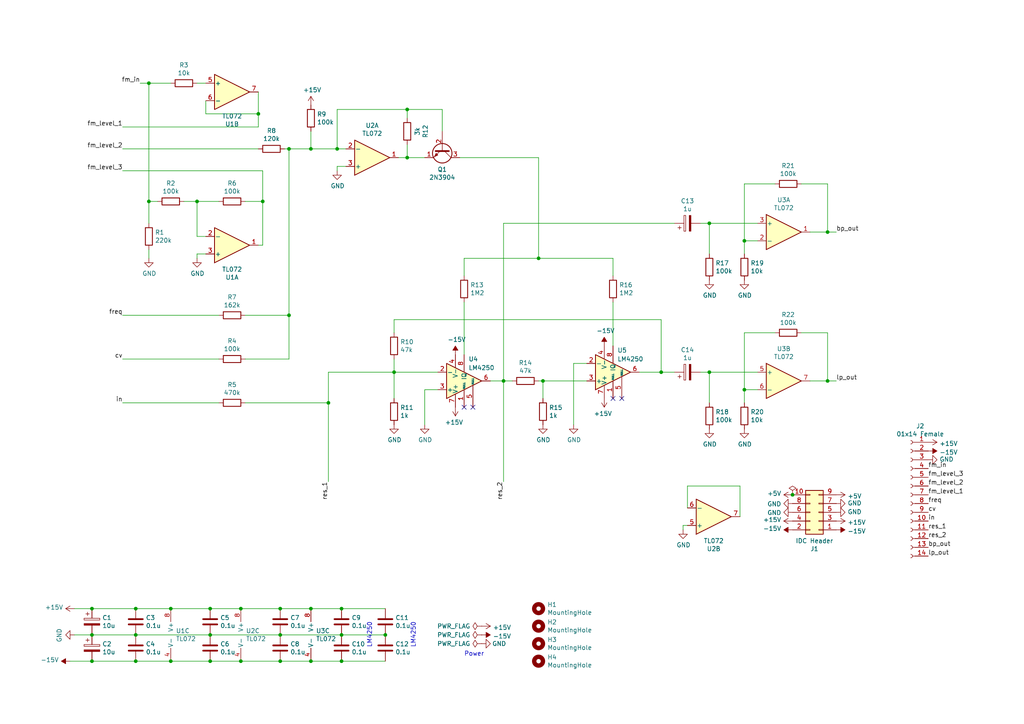
<source format=kicad_sch>
(kicad_sch (version 20230121) (generator eeschema)
  (paper "A4")
  (title_block (title "ПОЛИВОКС") (date "2020-06-01") (rev "01") (comment 1 "schema for main circuit") (comment 2 "polivoks LM4250 VCF") (comment 4 "License CC BY 4.0 - Attribution 4.0 International"))
  (lib_symbols
    (symbol "Amplifier_Operational:LM4250" (pin_names (offset 0.127))
      (property "Reference" "U" (at 6.35 6.35 0))
      (property "Value" "LM4250" (at 5.08 3.81 0))
      (symbol "LM4250_0_1"
        (polyline (pts (xy -5.08 5.08) (xy 5.08 0) (xy -5.08 -5.08) (xy -5.08 5.08)) (stroke (width 0.254)) (fill (type background)))
      )
      (symbol "LM4250_1_1"
        (pin input line (at 0 7.62 270) (length 5.08) (name "NULL") (number "1"))
        (pin input line (at -7.62 -2.54 0) (length 2.54) (name "-") (number "2"))
        (pin input line (at -7.62 2.54 0) (length 2.54) (name "+") (number "3"))
        (pin power_in line (at -2.54 -7.62 90) (length 3.81) (name "V-") (number "4"))
        (pin input line (at 2.54 7.62 270) (length 6.35) (name "NULL") (number "5"))
        (pin output line (at 7.62 0 180) (length 2.54) (name "~") (number "6"))
        (pin power_in line (at -2.54 7.62 270) (length 3.81) (name "V+") (number "7"))
        (pin input line (at 0 -7.62 90) (length 5.08) (name "IQ") (number "8"))
      )
    )
    (symbol "Amplifier_Operational:TL072" (pin_names (offset 0.127))
      (property "Reference" "U" (at 0 5.08 0))
      (property "Value" "TL072" (at 0 -5.08 0))
      (symbol "TL072_1_1"
        (polyline (pts (xy -5.08 5.08) (xy 5.08 0) (xy -5.08 -5.08) (xy -5.08 5.08)) (stroke (width 0.254)) (fill (type background)))
        (pin output line (at 7.62 0 180) (length 2.54) (name "~") (number "1"))
        (pin input line (at -7.62 -2.54 0) (length 2.54) (name "-") (number "2"))
        (pin input line (at -7.62 2.54 0) (length 2.54) (name "+") (number "3"))
      )
      (symbol "TL072_2_1"
        (polyline (pts (xy -5.08 5.08) (xy 5.08 0) (xy -5.08 -5.08) (xy -5.08 5.08)) (stroke (width 0.254)) (fill (type background)))
        (pin input line (at -7.62 2.54 0) (length 2.54) (name "+") (number "5"))
        (pin input line (at -7.62 -2.54 0) (length 2.54) (name "-") (number "6"))
        (pin output line (at 7.62 0 180) (length 2.54) (name "~") (number "7"))
      )
      (symbol "TL072_3_1"
        (pin power_in line (at -2.54 -7.62 90) (length 3.81) (name "V-") (number "4"))
        (pin power_in line (at -2.54 7.62 270) (length 3.81) (name "V+") (number "8"))
      )
    )
    (symbol "Connector:Conn_01x14_Socket" (pin_names (offset 1.016) hide)
      (property "Reference" "J" (at 0 17.78 0))
      (property "Value" "Conn_01x14_Socket" (at 0 -20.32 0))
      (symbol "Conn_01x14_Socket_1_1"
        (arc (start 0 -17.272) (mid -0.5058 -17.78) (end 0 -18.288) (stroke (width 0.1524)))
        (arc (start 0 -14.732) (mid -0.5058 -15.24) (end 0 -15.748) (stroke (width 0.1524)))
        (arc (start 0 -12.192) (mid -0.5058 -12.7) (end 0 -13.208) (stroke (width 0.1524)))
        (arc (start 0 -9.652) (mid -0.5058 -10.16) (end 0 -10.668) (stroke (width 0.1524)))
        (arc (start 0 -7.112) (mid -0.5058 -7.62) (end 0 -8.128) (stroke (width 0.1524)))
        (arc (start 0 -4.572) (mid -0.5058 -5.08) (end 0 -5.588) (stroke (width 0.1524)))
        (arc (start 0 -2.032) (mid -0.5058 -2.54) (end 0 -3.048) (stroke (width 0.1524)))
        (polyline (pts (xy -1.27 -17.78) (xy -0.508 -17.78)) (stroke (width 0.1524)))
        (polyline (pts (xy -1.27 -15.24) (xy -0.508 -15.24)) (stroke (width 0.1524)))
        (polyline (pts (xy -1.27 -12.7) (xy -0.508 -12.7)) (stroke (width 0.1524)))
        (polyline (pts (xy -1.27 -10.16) (xy -0.508 -10.16)) (stroke (width 0.1524)))
        (polyline (pts (xy -1.27 -7.62) (xy -0.508 -7.62)) (stroke (width 0.1524)))
        (polyline (pts (xy -1.27 -5.08) (xy -0.508 -5.08)) (stroke (width 0.1524)))
        (polyline (pts (xy -1.27 -2.54) (xy -0.508 -2.54)) (stroke (width 0.1524)))
        (polyline (pts (xy -1.27 0) (xy -0.508 0)) (stroke (width 0.1524)))
        (polyline (pts (xy -1.27 2.54) (xy -0.508 2.54)) (stroke (width 0.1524)))
        (polyline (pts (xy -1.27 5.08) (xy -0.508 5.08)) (stroke (width 0.1524)))
        (polyline (pts (xy -1.27 7.62) (xy -0.508 7.62)) (stroke (width 0.1524)))
        (polyline (pts (xy -1.27 10.16) (xy -0.508 10.16)) (stroke (width 0.1524)))
        (polyline (pts (xy -1.27 12.7) (xy -0.508 12.7)) (stroke (width 0.1524)))
        (polyline (pts (xy -1.27 15.24) (xy -0.508 15.24)) (stroke (width 0.1524)))
        (arc (start 0 0.508) (mid -0.5058 0) (end 0 -0.508) (stroke (width 0.1524)))
        (arc (start 0 3.048) (mid -0.5058 2.54) (end 0 2.032) (stroke (width 0.1524)))
        (arc (start 0 5.588) (mid -0.5058 5.08) (end 0 4.572) (stroke (width 0.1524)))
        (arc (start 0 8.128) (mid -0.5058 7.62) (end 0 7.112) (stroke (width 0.1524)))
        (arc (start 0 10.668) (mid -0.5058 10.16) (end 0 9.652) (stroke (width 0.1524)))
        (arc (start 0 13.208) (mid -0.5058 12.7) (end 0 12.192) (stroke (width 0.1524)))
        (arc (start 0 15.748) (mid -0.5058 15.24) (end 0 14.732) (stroke (width 0.1524)))
        (pin passive line (at -5.08 15.24 0) (length 3.81) (name "Pin_1") (number "1"))
        (pin passive line (at -5.08 -7.62 0) (length 3.81) (name "Pin_10") (number "10"))
        (pin passive line (at -5.08 -10.16 0) (length 3.81) (name "Pin_11") (number "11"))
        (pin passive line (at -5.08 -12.7 0) (length 3.81) (name "Pin_12") (number "12"))
        (pin passive line (at -5.08 -15.24 0) (length 3.81) (name "Pin_13") (number "13"))
        (pin passive line (at -5.08 -17.78 0) (length 3.81) (name "Pin_14") (number "14"))
        (pin passive line (at -5.08 12.7 0) (length 3.81) (name "Pin_2") (number "2"))
        (pin passive line (at -5.08 10.16 0) (length 3.81) (name "Pin_3") (number "3"))
        (pin passive line (at -5.08 7.62 0) (length 3.81) (name "Pin_4") (number "4"))
        (pin passive line (at -5.08 5.08 0) (length 3.81) (name "Pin_5") (number "5"))
        (pin passive line (at -5.08 2.54 0) (length 3.81) (name "Pin_6") (number "6"))
        (pin passive line (at -5.08 0 0) (length 3.81) (name "Pin_7") (number "7"))
        (pin passive line (at -5.08 -2.54 0) (length 3.81) (name "Pin_8") (number "8"))
        (pin passive line (at -5.08 -5.08 0) (length 3.81) (name "Pin_9") (number "9"))
      )
    )
    (symbol "Connector_Generic:Conn_02x05_Odd_Even" (pin_names (offset 1.016) hide)
      (property "Reference" "J" (at 1.27 7.62 0))
      (property "Value" "Conn_02x05_Odd_Even" (at 1.27 -7.62 0))
      (symbol "Conn_02x05_Odd_Even_1_1"
        (rectangle (start -1.27 -4.953) (end 0 -5.207) (stroke (width 0.1524)))
        (rectangle (start -1.27 -2.413) (end 0 -2.667) (stroke (width 0.1524)))
        (rectangle (start -1.27 0.127) (end 0 -0.127) (stroke (width 0.1524)))
        (rectangle (start -1.27 2.667) (end 0 2.413) (stroke (width 0.1524)))
        (rectangle (start -1.27 5.207) (end 0 4.953) (stroke (width 0.1524)))
        (rectangle (start -1.27 6.35) (end 3.81 -6.35) (stroke (width 0.254)) (fill (type background)))
        (rectangle (start 3.81 -4.953) (end 2.54 -5.207) (stroke (width 0.1524)))
        (rectangle (start 3.81 -2.413) (end 2.54 -2.667) (stroke (width 0.1524)))
        (rectangle (start 3.81 0.127) (end 2.54 -0.127) (stroke (width 0.1524)))
        (rectangle (start 3.81 2.667) (end 2.54 2.413) (stroke (width 0.1524)))
        (rectangle (start 3.81 5.207) (end 2.54 4.953) (stroke (width 0.1524)))
        (pin passive line (at -5.08 5.08 0) (length 3.81) (name "Pin_1") (number "1"))
        (pin passive line (at 7.62 -5.08 180) (length 3.81) (name "Pin_10") (number "10"))
        (pin passive line (at 7.62 5.08 180) (length 3.81) (name "Pin_2") (number "2"))
        (pin passive line (at -5.08 2.54 0) (length 3.81) (name "Pin_3") (number "3"))
        (pin passive line (at 7.62 2.54 180) (length 3.81) (name "Pin_4") (number "4"))
        (pin passive line (at -5.08 0 0) (length 3.81) (name "Pin_5") (number "5"))
        (pin passive line (at 7.62 0 180) (length 3.81) (name "Pin_6") (number "6"))
        (pin passive line (at -5.08 -2.54 0) (length 3.81) (name "Pin_7") (number "7"))
        (pin passive line (at 7.62 -2.54 180) (length 3.81) (name "Pin_8") (number "8"))
        (pin passive line (at -5.08 -5.08 0) (length 3.81) (name "Pin_9") (number "9"))
      )
    )
    (symbol "Device:C" (pin_numbers hide) (pin_names (offset 0.254))
      (property "Reference" "C" (at 0.635 2.54 0))
      (property "Value" "C" (at 0.635 -2.54 0))
      (symbol "C_0_1"
        (polyline (pts (xy -2.032 -0.762) (xy 2.032 -0.762)) (stroke (width 0.508)))
        (polyline (pts (xy -2.032 0.762) (xy 2.032 0.762)) (stroke (width 0.508)))
      )
      (symbol "C_1_1"
        (pin passive line (at 0 3.81 270) (length 2.794) (name "~") (number "1"))
        (pin passive line (at 0 -3.81 90) (length 2.794) (name "~") (number "2"))
      )
    )
    (symbol "Device:C_Polarized" (pin_numbers hide) (pin_names (offset 0.254))
      (property "Reference" "C" (at 0.635 2.54 0))
      (property "Value" "C_Polarized" (at 0.635 -2.54 0))
      (symbol "C_Polarized_0_1"
        (rectangle (start -2.286 0.508) (end 2.286 1.016))
        (polyline (pts (xy -1.778 2.286) (xy -0.762 2.286)))
        (polyline (pts (xy -1.27 2.794) (xy -1.27 1.778)))
        (rectangle (start 2.286 -0.508) (end -2.286 -1.016) (fill (type outline)))
      )
      (symbol "C_Polarized_1_1"
        (pin passive line (at 0 3.81 270) (length 2.794) (name "~") (number "1"))
        (pin passive line (at 0 -3.81 90) (length 2.794) (name "~") (number "2"))
      )
    )
    (symbol "Device:R" (pin_numbers hide) (pin_names (offset 0))
      (property "Reference" "R" (at 2.032 0 90))
      (property "Value" "R" (at 0 0 90))
      (symbol "R_0_1"
        (rectangle (start -1.016 -2.54) (end 1.016 2.54) (stroke (width 0.254)))
      )
      (symbol "R_1_1"
        (pin passive line (at 0 3.81 270) (length 1.27) (name "~") (number "1"))
        (pin passive line (at 0 -3.81 90) (length 1.27) (name "~") (number "2"))
      )
    )
    (symbol "Mechanical:MountingHole" (pin_names (offset 1.016))
      (property "Reference" "H" (at 0 5.08 0))
      (property "Value" "MountingHole" (at 0 3.175 0))
      (symbol "MountingHole_0_1"
        (circle (center 0 0) (radius 1.27) (stroke (width 1.27)))
      )
    )
    (symbol "Transistor_BJT:2N3904" (pin_names (offset 0) hide)
      (property "Reference" "Q" (at 5.08 1.905 0))
      (property "Value" "2N3904" (at 5.08 0 0))
      (symbol "2N3904_0_1"
        (polyline (pts (xy 0.635 0.635) (xy 2.54 2.54)))
        (polyline (pts (xy 0.635 -0.635) (xy 2.54 -2.54) (xy 2.54 -2.54)))
        (polyline (pts (xy 0.635 1.905) (xy 0.635 -1.905) (xy 0.635 -1.905)) (stroke (width 0.508)))
        (polyline (pts (xy 1.27 -1.778) (xy 1.778 -1.27) (xy 2.286 -2.286) (xy 1.27 -1.778) (xy 1.27 -1.778)) (fill (type outline)))
        (circle (center 1.27 0) (radius 2.8194) (stroke (width 0.254)))
      )
      (symbol "2N3904_1_1"
        (pin passive line (at 2.54 -5.08 90) (length 2.54) (name "E") (number "1"))
        (pin passive line (at -5.08 0 0) (length 5.715) (name "B") (number "2"))
        (pin passive line (at 2.54 5.08 270) (length 2.54) (name "C") (number "3"))
      )
    )
    (symbol "power:+15V" (power) (pin_names (offset 0))
      (property "Value" "+15V" (at 0 3.556 0))
      (symbol "+15V_0_1"
        (polyline (pts (xy -0.762 1.27) (xy 0 2.54)))
        (polyline (pts (xy 0 0) (xy 0 2.54)))
        (polyline (pts (xy 0 2.54) (xy 0.762 1.27)))
      )
      (symbol "+15V_1_1"
        (pin power_in line (at 0 0 90) (length 0) hide (name "+15V") (number "1"))
      )
    )
    (symbol "power:+5V" (power) (pin_names (offset 0))
      (property "Value" "+5V" (at 0 3.556 0))
      (symbol "+5V_0_1"
        (polyline (pts (xy -0.762 1.27) (xy 0 2.54)))
        (polyline (pts (xy 0 0) (xy 0 2.54)))
        (polyline (pts (xy 0 2.54) (xy 0.762 1.27)))
      )
      (symbol "+5V_1_1"
        (pin power_in line (at 0 0 90) (length 0) hide (name "+5V") (number "1"))
      )
    )
    (symbol "power:-15V" (power) (pin_names (offset 0))
      (property "Value" "-15V" (at 0 3.81 0))
      (symbol "-15V_0_0"
        (pin power_in line (at 0 0 90) (length 0) hide (name "-15V") (number "1"))
      )
      (symbol "-15V_0_1"
        (polyline (pts (xy 0 0) (xy 0 1.27) (xy 0.762 1.27) (xy 0 2.54) (xy -0.762 1.27) (xy 0 1.27)) (fill (type outline)))
      )
    )
    (symbol "power:GND" (power) (pin_names (offset 0))
      (property "Value" "GND" (at 0 -3.81 0))
      (symbol "GND_0_1"
        (polyline (pts (xy 0 0) (xy 0 -1.27) (xy 1.27 -1.27) (xy 0 -2.54) (xy -1.27 -1.27) (xy 0 -1.27)))
      )
      (symbol "GND_1_1"
        (pin power_in line (at 0 0 270) (length 0) hide (name "GND") (number "1"))
      )
    )
    (symbol "power:PWR_FLAG" (power) (pin_numbers hide) (pin_names (offset 0) hide)
      (property "Value" "PWR_FLAG" (at 0 3.81 0))
      (symbol "PWR_FLAG_0_0"
        (pin power_out line (at 0 0 90) (length 0) (name "pwr") (number "1"))
      )
      (symbol "PWR_FLAG_0_1"
        (polyline (pts (xy 0 0) (xy 0 1.27) (xy -1.016 1.905) (xy 0 2.54) (xy 1.016 1.905) (xy 0 1.27)))
      )
    )
  )
  (junction (at 205.74 107.95))
  (junction (at 74.93 33.02))
  (junction (at 229.87 143.51))
  (junction (at 60.96 184.15))
  (junction (at 83.82 43.18))
  (junction (at 26.67 191.77))
  (junction (at 90.17 191.77))
  (junction (at 205.74 64.77))
  (junction (at 43.18 58.42))
  (junction (at 157.48 110.49))
  (junction (at 118.11 45.72))
  (junction (at 76.2 58.42))
  (junction (at 95.25 116.84))
  (junction (at 240.03 67.31))
  (junction (at 43.18 24.13))
  (junction (at 81.28 176.53))
  (junction (at 83.82 91.44))
  (junction (at 90.17 43.18))
  (junction (at 118.11 31.75))
  (junction (at 49.53 191.77))
  (junction (at 57.15 58.42))
  (junction (at 146.05 110.49))
  (junction (at 111.76 184.15))
  (junction (at 26.67 184.15))
  (junction (at 99.06 191.77))
  (junction (at 39.37 176.53))
  (junction (at 114.3 107.95))
  (junction (at 69.85 176.53))
  (junction (at 215.9 69.85))
  (junction (at 99.06 184.15))
  (junction (at 39.37 191.77))
  (junction (at 99.06 176.53))
  (junction (at 60.96 176.53))
  (junction (at 90.17 176.53))
  (junction (at 81.28 191.77))
  (junction (at 26.67 176.53))
  (junction (at 39.37 184.15))
  (junction (at 156.21 74.93))
  (junction (at 60.96 191.77))
  (junction (at 69.85 191.77))
  (junction (at 240.03 110.49))
  (junction (at 215.9 113.03))
  (junction (at 49.53 176.53))
  (junction (at 191.77 107.95))
  (junction (at 97.79 43.18))
  (junction (at 81.28 184.15))
  (no_connect (at 137.16 118.11))
  (no_connect (at 177.8 115.57))
  (no_connect (at 134.62 118.11))
  (no_connect (at 180.34 115.57))
  (wire (pts (xy 146.05 110.49) (xy 146.05 64.77)))
  (wire (pts (xy 35.56 36.83) (xy 74.93 36.83)))
  (wire (pts (xy 134.62 74.93) (xy 156.21 74.93)))
  (wire (pts (xy 215.9 116.84) (xy 215.9 113.03)))
  (wire (pts (xy 123.19 45.72) (xy 118.11 45.72)))
  (wire (pts (xy 215.9 53.34) (xy 215.9 69.85)))
  (wire (pts (xy 170.18 110.49) (xy 157.48 110.49)))
  (wire (pts (xy 205.74 64.77) (xy 205.74 73.66)))
  (wire (pts (xy 123.19 113.03) (xy 123.19 123.19)))
  (wire (pts (xy 39.37 176.53) (xy 49.53 176.53)))
  (wire (pts (xy 156.21 74.93) (xy 156.21 45.72)))
  (wire (pts (xy 114.3 104.14) (xy 114.3 107.95)))
  (wire (pts (xy 90.17 176.53) (xy 99.06 176.53)))
  (wire (pts (xy 21.59 176.53) (xy 26.67 176.53)))
  (wire (pts (xy 100.33 48.26) (xy 97.79 48.26)))
  (wire (pts (xy 118.11 41.91) (xy 118.11 45.72)))
  (wire (pts (xy 157.48 110.49) (xy 157.48 115.57)))
  (wire (pts (xy 90.17 38.1) (xy 90.17 43.18)))
  (wire (pts (xy 76.2 71.12) (xy 74.93 71.12)))
  (wire (pts (xy 177.8 74.93) (xy 156.21 74.93)))
  (wire (pts (xy 95.25 107.95) (xy 114.3 107.95)))
  (wire (pts (xy 156.21 110.49) (xy 157.48 110.49)))
  (wire (pts (xy 43.18 64.77) (xy 43.18 58.42)))
  (wire (pts (xy 100.33 43.18) (xy 97.79 43.18)))
  (wire (pts (xy 26.67 191.77) (xy 39.37 191.77)))
  (wire (pts (xy 99.06 176.53) (xy 111.76 176.53)))
  (wire (pts (xy 97.79 48.26) (xy 97.79 49.53)))
  (wire (pts (xy 195.58 107.95) (xy 191.77 107.95)))
  (wire (pts (xy 69.85 191.77) (xy 81.28 191.77)))
  (wire (pts (xy 60.96 191.77) (xy 69.85 191.77)))
  (wire (pts (xy 49.53 191.77) (xy 60.96 191.77)))
  (wire (pts (xy 128.27 31.75) (xy 118.11 31.75)))
  (wire (pts (xy 133.35 45.72) (xy 156.21 45.72)))
  (wire (pts (xy 71.12 91.44) (xy 83.82 91.44)))
  (wire (pts (xy 90.17 43.18) (xy 97.79 43.18)))
  (wire (pts (xy 127 107.95) (xy 114.3 107.95)))
  (wire (pts (xy 60.96 184.15) (xy 81.28 184.15)))
  (wire (pts (xy 191.77 107.95) (xy 185.42 107.95)))
  (wire (pts (xy 43.18 58.42) (xy 45.72 58.42)))
  (wire (pts (xy 63.5 58.42) (xy 57.15 58.42)))
  (wire (pts (xy 224.79 96.52) (xy 215.9 96.52)))
  (wire (pts (xy 240.03 53.34) (xy 240.03 67.31)))
  (wire (pts (xy 177.8 100.33) (xy 177.8 87.63)))
  (wire (pts (xy 146.05 64.77) (xy 195.58 64.77)))
  (wire (pts (xy 177.8 80.01) (xy 177.8 74.93)))
  (wire (pts (xy 170.18 105.41) (xy 166.37 105.41)))
  (wire (pts (xy 215.9 73.66) (xy 215.9 69.85)))
  (wire (pts (xy 127 113.03) (xy 123.19 113.03)))
  (wire (pts (xy 76.2 49.53) (xy 76.2 58.42)))
  (wire (pts (xy 43.18 24.13) (xy 49.53 24.13)))
  (wire (pts (xy 199.39 152.4) (xy 198.12 152.4)))
  (wire (pts (xy 205.74 107.95) (xy 219.71 107.95)))
  (wire (pts (xy 83.82 91.44) (xy 83.82 104.14)))
  (wire (pts (xy 21.59 184.15) (xy 26.67 184.15)))
  (wire (pts (xy 146.05 139.7) (xy 146.05 110.49)))
  (wire (pts (xy 43.18 72.39) (xy 43.18 74.93)))
  (wire (pts (xy 74.93 36.83) (xy 74.93 33.02)))
  (wire (pts (xy 215.9 96.52) (xy 215.9 113.03)))
  (wire (pts (xy 63.5 91.44) (xy 35.56 91.44)))
  (wire (pts (xy 83.82 43.18) (xy 90.17 43.18)))
  (wire (pts (xy 198.12 152.4) (xy 198.12 153.67)))
  (wire (pts (xy 39.37 191.77) (xy 49.53 191.77)))
  (wire (pts (xy 114.3 107.95) (xy 114.3 115.57)))
  (wire (pts (xy 128.27 38.1) (xy 128.27 31.75)))
  (wire (pts (xy 134.62 87.63) (xy 134.62 102.87)))
  (wire (pts (xy 203.2 64.77) (xy 205.74 64.77)))
  (wire (pts (xy 99.06 184.15) (xy 111.76 184.15)))
  (wire (pts (xy 20.32 191.77) (xy 26.67 191.77)))
  (wire (pts (xy 76.2 49.53) (xy 35.56 49.53)))
  (wire (pts (xy 240.03 96.52) (xy 240.03 110.49)))
  (wire (pts (xy 118.11 45.72) (xy 115.57 45.72)))
  (wire (pts (xy 199.39 140.97) (xy 199.39 147.32)))
  (wire (pts (xy 57.15 73.66) (xy 57.15 74.93)))
  (wire (pts (xy 118.11 31.75) (xy 118.11 34.29)))
  (wire (pts (xy 240.03 67.31) (xy 234.95 67.31)))
  (wire (pts (xy 59.69 73.66) (xy 57.15 73.66)))
  (wire (pts (xy 35.56 43.18) (xy 74.93 43.18)))
  (wire (pts (xy 95.25 107.95) (xy 95.25 116.84)))
  (wire (pts (xy 215.9 69.85) (xy 219.71 69.85)))
  (wire (pts (xy 240.03 110.49) (xy 234.95 110.49)))
  (wire (pts (xy 63.5 116.84) (xy 35.56 116.84)))
  (wire (pts (xy 57.15 68.58) (xy 59.69 68.58)))
  (wire (pts (xy 242.57 110.49) (xy 240.03 110.49)))
  (wire (pts (xy 49.53 176.53) (xy 60.96 176.53)))
  (wire (pts (xy 114.3 92.71) (xy 114.3 96.52)))
  (wire (pts (xy 35.56 104.14) (xy 63.5 104.14)))
  (wire (pts (xy 69.85 176.53) (xy 81.28 176.53)))
  (wire (pts (xy 166.37 105.41) (xy 166.37 123.19)))
  (wire (pts (xy 53.34 58.42) (xy 57.15 58.42)))
  (wire (pts (xy 76.2 58.42) (xy 76.2 71.12)))
  (wire (pts (xy 214.63 149.86) (xy 214.63 140.97)))
  (wire (pts (xy 232.41 96.52) (xy 240.03 96.52)))
  (wire (pts (xy 205.74 107.95) (xy 205.74 116.84)))
  (wire (pts (xy 95.25 116.84) (xy 95.25 139.7)))
  (wire (pts (xy 60.96 176.53) (xy 69.85 176.53)))
  (wire (pts (xy 97.79 31.75) (xy 97.79 43.18)))
  (wire (pts (xy 191.77 92.71) (xy 191.77 107.95)))
  (wire (pts (xy 71.12 58.42) (xy 76.2 58.42)))
  (wire (pts (xy 71.12 116.84) (xy 95.25 116.84)))
  (wire (pts (xy 83.82 43.18) (xy 83.82 91.44)))
  (wire (pts (xy 224.79 53.34) (xy 215.9 53.34)))
  (wire (pts (xy 59.69 33.02) (xy 74.93 33.02)))
  (wire (pts (xy 81.28 191.77) (xy 90.17 191.77)))
  (wire (pts (xy 205.74 64.77) (xy 219.71 64.77)))
  (wire (pts (xy 142.24 110.49) (xy 146.05 110.49)))
  (wire (pts (xy 114.3 92.71) (xy 191.77 92.71)))
  (wire (pts (xy 71.12 104.14) (xy 83.82 104.14)))
  (wire (pts (xy 74.93 33.02) (xy 74.93 26.67)))
  (wire (pts (xy 134.62 74.93) (xy 134.62 80.01)))
  (wire (pts (xy 43.18 58.42) (xy 43.18 24.13)))
  (wire (pts (xy 82.55 43.18) (xy 83.82 43.18)))
  (wire (pts (xy 39.37 184.15) (xy 60.96 184.15)))
  (wire (pts (xy 203.2 107.95) (xy 205.74 107.95)))
  (wire (pts (xy 215.9 113.03) (xy 219.71 113.03)))
  (wire (pts (xy 214.63 140.97) (xy 199.39 140.97)))
  (wire (pts (xy 81.28 176.53) (xy 90.17 176.53)))
  (wire (pts (xy 242.57 67.31) (xy 240.03 67.31)))
  (wire (pts (xy 26.67 184.15) (xy 39.37 184.15)))
  (wire (pts (xy 81.28 184.15) (xy 99.06 184.15)))
  (wire (pts (xy 146.05 110.49) (xy 148.59 110.49)))
  (wire (pts (xy 59.69 29.21) (xy 59.69 33.02)))
  (wire (pts (xy 26.67 176.53) (xy 39.37 176.53)))
  (wire (pts (xy 232.41 53.34) (xy 240.03 53.34)))
  (wire (pts (xy 57.15 58.42) (xy 57.15 68.58)))
  (wire (pts (xy 40.64 24.13) (xy 43.18 24.13)))
  (wire (pts (xy 90.17 191.77) (xy 99.06 191.77)))
  (wire (pts (xy 97.79 31.75) (xy 118.11 31.75)))
  (wire (pts (xy 99.06 191.77) (xy 111.76 191.77)))
  (wire (pts (xy 57.15 24.13) (xy 59.69 24.13)))
  (text "LM4250" (at 107.95 187.96 90) (effects (font (size 1.27 1.27)) (justify left bottom)))
  (text "LM4250" (at 120.65 187.96 90) (effects (font (size 1.27 1.27)) (justify left bottom)))
  (text "Power" (at 134.62 190.5 0) (effects (font (size 1.27 1.27)) (justify left bottom)))
  (label "fm_in" (at 269.24 135.89 0))
  (label "in" (at 269.24 151.13 0))
  (label "lp_out" (at 269.24 161.29 0))
  (label "fm_level_3" (at 269.24 138.43 0))
  (label "fm_level_1" (at 35.56 36.83 180))
  (label "freq" (at 269.24 146.05 0))
  (label "bp_out" (at 269.24 158.75 0))
  (label "fm_in" (at 40.64 24.13 180))
  (label "bp_out" (at 242.57 67.31 0))
  (label "fm_level_1" (at 269.24 143.51 0))
  (label "cv" (at 35.56 104.14 180))
  (label "freq" (at 35.56 91.44 180))
  (label "fm_level_3" (at 35.56 49.53 180))
  (label "cv" (at 269.24 148.59 0))
  (label "lp_out" (at 242.57 110.49 0))
  (label "fm_level_2" (at 269.24 140.97 0))
  (label "in" (at 35.56 116.84 180))
  (label "res_1" (at 269.24 153.67 0))
  (label "res_1" (at 95.25 139.7 270))
  (label "res_2" (at 269.24 156.21 0))
  (label "res_2" (at 146.05 139.7 270))
  (label "fm_level_2" (at 35.56 43.18 180))
  (symbol (lib_id "power:+15V") (at 21.59 176.53 90) (unit 1)
    (property "Reference" "#PWR02" (effects hide))
    (property "Value" "+15V" (at 18.3388 176.149 90) (effects (justify left)))
  )
  (symbol (lib_id "Device:C_Polarized") (at 26.67 180.34 0) (unit 1)
    (property "Reference" "C1" (at 29.6672 179.1716 0) (effects (justify left)))
    (property "Value" "10u" (at 29.6672 181.483 0) (effects (justify left)))
    (property "Footprint" "Capacitor_THT:CP_Radial_D5.0mm_P2.50mm" (effects hide))
  )
  (symbol (lib_id "Device:C_Polarized") (at 26.67 187.96 0) (unit 1)
    (property "Reference" "C2" (at 29.6672 186.7916 0) (effects (justify left)))
    (property "Value" "10u" (at 29.6672 189.103 0) (effects (justify left)))
    (property "Footprint" "Capacitor_THT:CP_Radial_D5.0mm_P2.50mm" (effects hide))
  )
  (symbol (lib_id "power:GND") (at 21.59 184.15 270) (unit 1)
    (property "Reference" "#PWR03" (effects hide))
    (property "Value" "GND" (at 17.1958 184.277 0))
  )
  (symbol (lib_id "Device:C") (at 39.37 180.34 0) (unit 1)
    (property "Reference" "C3" (at 42.291 179.1716 0) (effects (justify left)))
    (property "Value" "0.1u" (at 42.291 181.483 0) (effects (justify left)))
    (property "Footprint" "Capacitor_THT:C_Disc_D3.4mm_W2.1mm_P2.50mm" (effects hide))
  )
  (symbol (lib_id "Device:C") (at 39.37 187.96 0) (unit 1)
    (property "Reference" "C4" (at 42.291 186.7916 0) (effects (justify left)))
    (property "Value" "0.1u" (at 42.291 189.103 0) (effects (justify left)))
    (property "Footprint" "Capacitor_THT:C_Disc_D3.4mm_W2.1mm_P2.50mm" (effects hide))
  )
  (symbol (lib_id "Device:C") (at 60.96 180.34 0) (unit 1)
    (property "Reference" "C5" (at 63.881 179.1716 0) (effects (justify left)))
    (property "Value" "0.1u" (at 63.881 181.483 0) (effects (justify left)))
    (property "Footprint" "Capacitor_THT:C_Disc_D3.4mm_W2.1mm_P2.50mm" (effects hide))
  )
  (symbol (lib_id "Device:C") (at 60.96 187.96 0) (unit 1)
    (property "Reference" "C6" (at 63.881 186.7916 0) (effects (justify left)))
    (property "Value" "0.1u" (at 63.881 189.103 0) (effects (justify left)))
    (property "Footprint" "Capacitor_THT:C_Disc_D3.4mm_W2.1mm_P2.50mm" (effects hide))
  )
  (symbol (lib_id "Device:C") (at 99.06 180.34 0) (unit 1)
    (property "Reference" "C9" (at 101.981 179.1716 0) (effects (justify left)))
    (property "Value" "0.1u" (at 101.981 181.483 0) (effects (justify left)))
    (property "Footprint" "Capacitor_THT:C_Disc_D3.4mm_W2.1mm_P2.50mm" (effects hide))
  )
  (symbol (lib_id "Device:C") (at 99.06 187.96 0) (unit 1)
    (property "Reference" "C10" (at 101.981 186.7916 0) (effects (justify left)))
    (property "Value" "0.1u" (at 101.981 189.103 0) (effects (justify left)))
    (property "Footprint" "Capacitor_THT:C_Disc_D3.4mm_W2.1mm_P2.50mm" (effects hide))
  )
  (symbol (lib_id "power:-15V") (at 20.32 191.77 90) (unit 1)
    (property "Reference" "#PWR01" (effects hide))
    (property "Value" "-15V" (at 17.0688 191.389 90) (effects (justify left)))
  )
  (symbol (lib_id "Connector_Generic:Conn_02x05_Odd_Even") (at 237.49 148.59 180) (unit 1)
    (property "Reference" "J1" (at 236.22 159.1818 0))
    (property "Value" "IDC Header" (at 236.22 156.8704 0))
    (property "Footprint" "Connector_IDC:IDC-Header_2x05_P2.54mm_Vertical" (effects hide))
  )
  (symbol (lib_id "power:+15V") (at 229.87 151.13 90) (unit 1)
    (property "Reference" "#PWR027" (effects hide))
    (property "Value" "+15V" (at 226.6188 150.749 90) (effects (justify left)))
  )
  (symbol (lib_id "power:+15V") (at 242.57 151.13 270) (unit 1)
    (property "Reference" "#PWR032" (effects hide))
    (property "Value" "+15V" (at 245.8212 151.511 90) (effects (justify left)))
  )
  (symbol (lib_id "power:-15V") (at 229.87 153.67 90) (unit 1)
    (property "Reference" "#PWR028" (effects hide))
    (property "Value" "-15V" (at 226.6188 153.289 90) (effects (justify left)))
  )
  (symbol (lib_id "power:-15V") (at 242.57 153.67 270) (unit 1)
    (property "Reference" "#PWR033" (effects hide))
    (property "Value" "-15V" (at 245.8212 154.051 90) (effects (justify left)))
  )
  (symbol (lib_id "power:GND") (at 229.87 148.59 270) (unit 1)
    (property "Reference" "#PWR026" (effects hide))
    (property "Value" "GND" (at 226.6188 148.717 90) (effects (justify right)))
  )
  (symbol (lib_id "power:GND") (at 229.87 146.05 270) (unit 1)
    (property "Reference" "#PWR025" (effects hide))
    (property "Value" "GND" (at 226.6188 146.177 90) (effects (justify right)))
  )
  (symbol (lib_id "power:GND") (at 242.57 146.05 90) (unit 1)
    (property "Reference" "#PWR030" (effects hide))
    (property "Value" "GND" (at 245.8212 145.923 90) (effects (justify right)))
  )
  (symbol (lib_id "power:GND") (at 242.57 148.59 90) (unit 1)
    (property "Reference" "#PWR031" (effects hide))
    (property "Value" "GND" (at 245.8212 148.463 90) (effects (justify right)))
  )
  (symbol (lib_id "power:+5V") (at 242.57 143.51 270) (unit 1)
    (property "Reference" "#PWR029" (effects hide))
    (property "Value" "+5V" (at 245.8212 143.891 90) (effects (justify left)))
  )
  (symbol (lib_id "power:+5V") (at 229.87 143.51 90) (unit 1)
    (property "Reference" "#PWR024" (effects hide))
    (property "Value" "+5V" (at 226.6188 143.129 90) (effects (justify left)))
  )
  (symbol (lib_id "power:PWR_FLAG") (at 229.87 143.51 0) (unit 1)
    (property "Reference" "#FLG04" (effects hide))
    (property "Value" "PWR_FLAG" (effects hide))
  )
  (symbol (lib_id "Mechanical:MountingHole") (at 156.21 176.53 0) (unit 1)
    (property "Reference" "H1" (at 158.75 175.3616 0) (effects (justify left)))
    (property "Value" "MountingHole" (at 158.75 177.673 0) (effects (justify left)))
    (property "Footprint" "MountingHole:MountingHole_2.2mm_M2" (effects hide))
  )
  (symbol (lib_id "Mechanical:MountingHole") (at 156.21 181.61 0) (unit 1)
    (property "Reference" "H2" (at 158.75 180.4416 0) (effects (justify left)))
    (property "Value" "MountingHole" (at 158.75 182.753 0) (effects (justify left)))
    (property "Footprint" "MountingHole:MountingHole_2.2mm_M2" (effects hide))
  )
  (symbol (lib_id "Mechanical:MountingHole") (at 156.21 186.69 0) (unit 1)
    (property "Reference" "H3" (at 158.75 185.5216 0) (effects (justify left)))
    (property "Value" "MountingHole" (at 158.75 187.833 0) (effects (justify left)))
    (property "Footprint" "MountingHole:MountingHole_2.2mm_M2" (effects hide))
  )
  (symbol (lib_id "Mechanical:MountingHole") (at 156.21 191.77 0) (unit 1)
    (property "Reference" "H4" (at 158.75 190.6016 0) (effects (justify left)))
    (property "Value" "MountingHole" (at 158.75 192.913 0) (effects (justify left)))
    (property "Footprint" "MountingHole:MountingHole_2.2mm_M2" (effects hide))
  )
  (symbol (lib_id "power:PWR_FLAG") (at 139.7 181.61 90) (unit 1)
    (property "Reference" "#FLG01" (effects hide))
    (property "Value" "PWR_FLAG" (at 136.4488 181.61 90) (effects (justify left)))
  )
  (symbol (lib_id "Device:C") (at 111.76 187.96 0) (unit 1)
    (property "Reference" "C12" (at 114.681 186.7916 0) (effects (justify left)))
    (property "Value" "0.1u" (at 114.681 189.103 0) (effects (justify left)))
    (property "Footprint" "Capacitor_THT:C_Disc_D3.4mm_W2.1mm_P2.50mm" (effects hide))
  )
  (symbol (lib_id "Device:C") (at 111.76 180.34 0) (unit 1)
    (property "Reference" "C11" (at 114.681 179.1716 0) (effects (justify left)))
    (property "Value" "0.1u" (at 114.681 181.483 0) (effects (justify left)))
    (property "Footprint" "Capacitor_THT:C_Disc_D3.4mm_W2.1mm_P2.50mm" (effects hide))
  )
  (symbol (lib_id "Amplifier_Operational:LM4250") (at 134.62 110.49 0) (mirror x) (unit 1)
    (property "Reference" "U4" (at 135.89 104.14 0) (effects (justify left)))
    (property "Value" "LM4250" (at 135.89 106.68 0) (effects (justify left)))
    (property "Footprint" "Package_DIP:DIP-8_W7.62mm_Socket" (effects hide))
    (property "Datasheet" "http://www.ti.com/lit/ds/symlink/lm4250.pdf" (effects hide))
  )
  (symbol (lib_id "Amplifier_Operational:LM4250") (at 177.8 107.95 0) (mirror x) (unit 1)
    (property "Reference" "U5" (at 179.07 101.6 0) (effects (justify left)))
    (property "Value" "LM4250" (at 179.07 104.14 0) (effects (justify left)))
    (property "Footprint" "Package_DIP:DIP-8_W7.62mm_Socket" (effects hide))
    (property "Datasheet" "http://www.ti.com/lit/ds/symlink/lm4250.pdf" (effects hide))
  )
  (symbol (lib_id "Amplifier_Operational:TL072") (at 67.31 71.12 0) (mirror x) (unit 1)
    (property "Reference" "U1" (at 67.31 80.4418 0))
    (property "Value" "TL072" (at 67.31 78.1304 0))
    (property "Footprint" "Package_DIP:DIP-8_W7.62mm_Socket" (effects hide))
    (property "Datasheet" "http://www.ti.com/lit/ds/symlink/tl071.pdf" (effects hide))
  )
  (symbol (lib_id "Amplifier_Operational:TL072") (at 67.31 26.67 0) (unit 2)
    (property "Reference" "U1" (at 67.31 35.9918 0))
    (property "Value" "TL072" (at 67.31 33.6804 0))
    (property "Footprint" "Package_DIP:DIP-8_W7.62mm_Socket" (effects hide))
    (property "Datasheet" "http://www.ti.com/lit/ds/symlink/tl071.pdf" (effects hide))
  )
  (symbol (lib_id "Amplifier_Operational:TL072") (at 52.07 184.15 0) (unit 3)
    (property "Reference" "U1" (at 51.0032 182.9816 0) (effects (justify left)))
    (property "Value" "TL072" (at 51.0032 185.293 0) (effects (justify left)))
    (property "Footprint" "Package_DIP:DIP-8_W7.62mm_Socket" (effects hide))
    (property "Datasheet" "http://www.ti.com/lit/ds/symlink/tl071.pdf" (effects hide))
  )
  (symbol (lib_id "Amplifier_Operational:TL072") (at 107.95 45.72 0) (mirror x) (unit 1)
    (property "Reference" "U2" (at 107.95 36.3982 0))
    (property "Value" "TL072" (at 107.95 38.7096 0))
    (property "Footprint" "Package_DIP:DIP-8_W7.62mm_Socket" (effects hide))
    (property "Datasheet" "http://www.ti.com/lit/ds/symlink/tl071.pdf" (effects hide))
  )
  (symbol (lib_id "Amplifier_Operational:TL072") (at 207.01 149.86 0) (mirror x) (unit 2)
    (property "Reference" "U2" (at 207.01 159.1818 0))
    (property "Value" "TL072" (at 207.01 156.8704 0))
    (property "Footprint" "Package_DIP:DIP-8_W7.62mm_Socket" (effects hide))
    (property "Datasheet" "http://www.ti.com/lit/ds/symlink/tl071.pdf" (effects hide))
  )
  (symbol (lib_id "Amplifier_Operational:TL072") (at 227.33 67.31 0) (unit 1)
    (property "Reference" "U3" (at 227.33 57.9882 0))
    (property "Value" "TL072" (at 227.33 60.2996 0))
    (property "Footprint" "Package_DIP:DIP-8_W7.62mm_Socket" (effects hide))
    (property "Datasheet" "http://www.ti.com/lit/ds/symlink/tl071.pdf" (effects hide))
  )
  (symbol (lib_id "Amplifier_Operational:TL072") (at 227.33 110.49 0) (unit 2)
    (property "Reference" "U3" (at 227.33 101.1682 0))
    (property "Value" "TL072" (at 227.33 103.4796 0))
    (property "Footprint" "Package_DIP:DIP-8_W7.62mm_Socket" (effects hide))
    (property "Datasheet" "http://www.ti.com/lit/ds/symlink/tl071.pdf" (effects hide))
  )
  (symbol (lib_id "Amplifier_Operational:TL072") (at 72.39 184.15 0) (unit 3)
    (property "Reference" "U2" (at 71.3232 182.9816 0) (effects (justify left)))
    (property "Value" "TL072" (at 71.3232 185.293 0) (effects (justify left)))
    (property "Footprint" "Package_DIP:DIP-8_W7.62mm_Socket" (effects hide))
    (property "Datasheet" "http://www.ti.com/lit/ds/symlink/tl071.pdf" (effects hide))
  )
  (symbol (lib_id "Amplifier_Operational:TL072") (at 92.71 184.15 0) (unit 3)
    (property "Reference" "U3" (at 91.6432 182.9816 0) (effects (justify left)))
    (property "Value" "TL072" (at 91.6432 185.293 0) (effects (justify left)))
    (property "Footprint" "Package_DIP:DIP-8_W7.62mm_Socket" (effects hide))
    (property "Datasheet" "http://www.ti.com/lit/ds/symlink/tl071.pdf" (effects hide))
  )
  (symbol (lib_id "power:+15V") (at 132.08 118.11 180) (unit 1)
    (property "Reference" "#PWR011" (effects hide))
    (property "Value" "+15V" (at 131.699 122.5042 0))
  )
  (symbol (lib_id "power:+15V") (at 175.26 115.57 180) (unit 1)
    (property "Reference" "#PWR018" (effects hide))
    (property "Value" "+15V" (at 174.879 119.9642 0))
  )
  (symbol (lib_id "power:-15V") (at 132.08 102.87 0) (unit 1)
    (property "Reference" "#PWR010" (effects hide))
    (property "Value" "-15V" (at 132.461 98.4758 0))
  )
  (symbol (lib_id "power:-15V") (at 175.26 100.33 0) (unit 1)
    (property "Reference" "#PWR017" (effects hide))
    (property "Value" "-15V" (at 175.641 95.9358 0))
  )
  (symbol (lib_id "Device:R") (at 53.34 24.13 270) (unit 1)
    (property "Reference" "R3" (at 53.34 18.8722 90))
    (property "Value" "10k" (at 53.34 21.1836 90))
    (property "Footprint" "Resistor_THT:R_Axial_DIN0207_L6.3mm_D2.5mm_P10.16mm_Horizontal" (effects hide))
  )
  (symbol (lib_id "Device:R") (at 67.31 58.42 270) (unit 1)
    (property "Reference" "R6" (at 67.31 53.1622 90))
    (property "Value" "100k" (at 67.31 55.4736 90))
    (property "Footprint" "Resistor_THT:R_Axial_DIN0207_L6.3mm_D2.5mm_P2.54mm_Vertical" (effects hide))
  )
  (symbol (lib_id "power:GND") (at 57.15 74.93 0) (unit 1)
    (property "Reference" "#PWR05" (effects hide))
    (property "Value" "GND" (at 57.277 79.3242 0))
  )
  (symbol (lib_id "Device:R") (at 49.53 58.42 270) (unit 1)
    (property "Reference" "R2" (at 49.53 53.1622 90))
    (property "Value" "100k" (at 49.53 55.4736 90))
    (property "Footprint" "Resistor_THT:R_Axial_DIN0207_L6.3mm_D2.5mm_P10.16mm_Horizontal" (effects hide))
  )
  (symbol (lib_id "Device:R") (at 43.18 68.58 180) (unit 1)
    (property "Reference" "R1" (at 44.958 67.4116 0) (effects (justify right)))
    (property "Value" "220k" (at 44.958 69.723 0) (effects (justify right)))
    (property "Footprint" "Resistor_THT:R_Axial_DIN0207_L6.3mm_D2.5mm_P10.16mm_Horizontal" (effects hide))
  )
  (symbol (lib_id "power:GND") (at 43.18 74.93 0) (unit 1)
    (property "Reference" "#PWR04" (effects hide))
    (property "Value" "GND" (at 43.307 79.3242 0))
  )
  (symbol (lib_id "Device:R") (at 78.74 43.18 270) (unit 1)
    (property "Reference" "R8" (at 78.74 37.9222 90))
    (property "Value" "120k" (at 78.74 40.2336 90))
    (property "Footprint" "Resistor_THT:R_Axial_DIN0207_L6.3mm_D2.5mm_P10.16mm_Horizontal" (effects hide))
  )
  (symbol (lib_id "power:GND") (at 97.79 49.53 0) (unit 1)
    (property "Reference" "#PWR07" (effects hide))
    (property "Value" "GND" (at 97.917 53.9242 0))
  )
  (symbol (lib_id "Device:R") (at 118.11 38.1 180) (unit 1)
    (property "Reference" "R12" (at 123.3678 38.1 90))
    (property "Value" "3k" (at 121.0564 38.1 90))
    (property "Footprint" "Resistor_THT:R_Axial_DIN0207_L6.3mm_D2.5mm_P10.16mm_Horizontal" (effects hide))
  )
  (symbol (lib_id "Transistor_BJT:2N3904") (at 128.27 43.18 270) (unit 1)
    (property "Reference" "Q1" (at 128.27 49.149 90))
    (property "Value" "2N3904" (at 128.27 51.4604 90))
    (property "Footprint" "Package_TO_SOT_THT:TO-92_Inline_Wide" (effects hide))
    (property "Datasheet" "https://www.fairchildsemi.com/datasheets/2N/2N3904.pdf" (effects hide))
  )
  (symbol (lib_id "Device:R") (at 152.4 110.49 270) (unit 1)
    (property "Reference" "R14" (at 152.4 105.2322 90))
    (property "Value" "47k" (at 152.4 107.5436 90))
    (property "Footprint" "Resistor_THT:R_Axial_DIN0207_L6.3mm_D2.5mm_P10.16mm_Horizontal" (effects hide))
  )
  (symbol (lib_id "Device:R") (at 157.48 119.38 180) (unit 1)
    (property "Reference" "R15" (at 159.258 118.2116 0) (effects (justify right)))
    (property "Value" "1k" (at 159.258 120.523 0) (effects (justify right)))
    (property "Footprint" "Resistor_THT:R_Axial_DIN0207_L6.3mm_D2.5mm_P10.16mm_Horizontal" (effects hide))
  )
  (symbol (lib_id "Device:R") (at 67.31 104.14 270) (unit 1)
    (property "Reference" "R4" (at 67.31 98.8822 90))
    (property "Value" "100k" (at 67.31 101.1936 90))
    (property "Footprint" "Resistor_THT:R_Axial_DIN0207_L6.3mm_D2.5mm_P10.16mm_Horizontal" (effects hide))
  )
  (symbol (lib_id "Device:R") (at 90.17 34.29 180) (unit 1)
    (property "Reference" "R9" (at 91.948 33.1216 0) (effects (justify right)))
    (property "Value" "100k" (at 91.948 35.433 0) (effects (justify right)))
    (property "Footprint" "Resistor_THT:R_Axial_DIN0207_L6.3mm_D2.5mm_P10.16mm_Horizontal" (effects hide))
  )
  (symbol (lib_id "power:+15V") (at 90.17 30.48 0) (unit 1)
    (property "Reference" "#PWR06" (effects hide))
    (property "Value" "+15V" (at 90.551 26.0858 0))
  )
  (symbol (lib_id "Device:R") (at 67.31 116.84 270) (unit 1)
    (property "Reference" "R5" (at 67.31 111.5822 90))
    (property "Value" "470k" (at 67.31 113.8936 90))
    (property "Footprint" "Resistor_THT:R_Axial_DIN0207_L6.3mm_D2.5mm_P10.16mm_Horizontal" (effects hide))
  )
  (symbol (lib_id "power:GND") (at 157.48 123.19 0) (unit 1)
    (property "Reference" "#PWR015" (effects hide))
    (property "Value" "GND" (at 157.607 127.5842 0))
  )
  (symbol (lib_id "power:GND") (at 166.37 123.19 0) (unit 1)
    (property "Reference" "#PWR016" (effects hide))
    (property "Value" "GND" (at 166.497 127.5842 0))
  )
  (symbol (lib_id "Device:R") (at 114.3 100.33 180) (unit 1)
    (property "Reference" "R10" (at 116.078 99.1616 0) (effects (justify right)))
    (property "Value" "47k" (at 116.078 101.473 0) (effects (justify right)))
    (property "Footprint" "Resistor_THT:R_Axial_DIN0207_L6.3mm_D2.5mm_P10.16mm_Horizontal" (effects hide))
  )
  (symbol (lib_id "Device:R") (at 114.3 119.38 180) (unit 1)
    (property "Reference" "R11" (at 116.078 118.2116 0) (effects (justify right)))
    (property "Value" "1k" (at 116.078 120.523 0) (effects (justify right)))
    (property "Footprint" "Resistor_THT:R_Axial_DIN0207_L6.3mm_D2.5mm_P10.16mm_Horizontal" (effects hide))
  )
  (symbol (lib_id "power:GND") (at 114.3 123.19 0) (unit 1)
    (property "Reference" "#PWR08" (effects hide))
    (property "Value" "GND" (at 114.427 127.5842 0))
  )
  (symbol (lib_id "power:GND") (at 123.19 123.19 0) (unit 1)
    (property "Reference" "#PWR09" (effects hide))
    (property "Value" "GND" (at 123.317 127.5842 0))
  )
  (symbol (lib_id "power:+15V") (at 269.24 128.27 270) (unit 1)
    (property "Reference" "#PWR034" (effects hide))
    (property "Value" "+15V" (at 272.4912 128.651 90) (effects (justify left)))
  )
  (symbol (lib_id "power:-15V") (at 269.24 130.81 270) (unit 1)
    (property "Reference" "#PWR035" (effects hide))
    (property "Value" "-15V" (at 272.4912 131.191 90) (effects (justify left)))
  )
  (symbol (lib_id "power:GND") (at 269.24 133.35 90) (unit 1)
    (property "Reference" "#PWR036" (effects hide))
    (property "Value" "GND" (at 272.4912 133.223 90) (effects (justify right)))
  )
  (symbol (lib_id "power:+15V") (at 139.7 181.61 270) (unit 1)
    (property "Reference" "#PWR012" (effects hide))
    (property "Value" "+15V" (at 142.9512 181.991 90) (effects (justify left)))
  )
  (symbol (lib_id "power:-15V") (at 139.7 184.15 270) (unit 1)
    (property "Reference" "#PWR013" (effects hide))
    (property "Value" "-15V" (at 142.9512 184.531 90) (effects (justify left)))
  )
  (symbol (lib_id "power:GND") (at 139.7 186.69 90) (unit 1)
    (property "Reference" "#PWR014" (effects hide))
    (property "Value" "GND" (at 144.78 186.69 90))
  )
  (symbol (lib_id "power:PWR_FLAG") (at 139.7 184.15 90) (unit 1)
    (property "Reference" "#FLG02" (effects hide))
    (property "Value" "PWR_FLAG" (at 136.4488 184.15 90) (effects (justify left)))
  )
  (symbol (lib_id "power:PWR_FLAG") (at 139.7 186.69 90) (unit 1)
    (property "Reference" "#FLG03" (effects hide))
    (property "Value" "PWR_FLAG" (at 136.4488 186.69 90) (effects (justify left)))
  )
  (symbol (lib_id "Device:C_Polarized") (at 199.39 107.95 90) (unit 1)
    (property "Reference" "C14" (at 199.39 101.473 90))
    (property "Value" "1u" (at 199.39 103.7844 90))
    (property "Footprint" "Capacitor_THT:CP_Radial_D5.0mm_P2.00mm" (effects hide))
  )
  (symbol (lib_id "Device:R") (at 205.74 120.65 180) (unit 1)
    (property "Reference" "R18" (at 207.518 119.4816 0) (effects (justify right)))
    (property "Value" "100k" (at 207.518 121.793 0) (effects (justify right)))
    (property "Footprint" "Resistor_THT:R_Axial_DIN0207_L6.3mm_D2.5mm_P10.16mm_Horizontal" (effects hide))
  )
  (symbol (lib_id "power:GND") (at 205.74 124.46 0) (unit 1)
    (property "Reference" "#PWR021" (effects hide))
    (property "Value" "GND" (at 205.867 128.8542 0))
  )
  (symbol (lib_id "Device:R") (at 215.9 120.65 180) (unit 1)
    (property "Reference" "R20" (at 217.678 119.4816 0) (effects (justify right)))
    (property "Value" "10k" (at 217.678 121.793 0) (effects (justify right)))
    (property "Footprint" "Resistor_THT:R_Axial_DIN0207_L6.3mm_D2.5mm_P10.16mm_Horizontal" (effects hide))
  )
  (symbol (lib_id "power:GND") (at 215.9 124.46 0) (unit 1)
    (property "Reference" "#PWR023" (effects hide))
    (property "Value" "GND" (at 216.027 128.8542 0))
  )
  (symbol (lib_id "Device:R") (at 228.6 96.52 90) (unit 1)
    (property "Reference" "R22" (at 228.6 91.2622 90))
    (property "Value" "100k" (at 228.6 93.5736 90))
    (property "Footprint" "Resistor_THT:R_Axial_DIN0207_L6.3mm_D2.5mm_P2.54mm_Vertical" (effects hide))
  )
  (symbol (lib_id "Connector:Conn_01x14_Socket") (at 264.16 143.51 0) (mirror y) (unit 1)
    (property "Reference" "J2" (at 266.9032 123.571 0))
    (property "Value" "01x14 Female" (at 266.9032 125.8824 0))
    (property "Footprint" "Connector_PinSocket_2.54mm:PinSocket_1x14_P2.54mm_Vertical" (effects hide))
  )
  (symbol (lib_id "Device:R") (at 67.31 91.44 270) (unit 1)
    (property "Reference" "R7" (at 67.31 86.1822 90))
    (property "Value" "162k" (at 67.31 88.4936 90))
    (property "Footprint" "Resistor_THT:R_Axial_DIN0207_L6.3mm_D2.5mm_P10.16mm_Horizontal" (effects hide))
  )
  (symbol (lib_id "Device:R") (at 134.62 83.82 180) (unit 1)
    (property "Reference" "R13" (at 136.398 82.6516 0) (effects (justify right)))
    (property "Value" "1M2" (at 136.398 84.963 0) (effects (justify right)))
    (property "Footprint" "Resistor_THT:R_Axial_DIN0207_L6.3mm_D2.5mm_P10.16mm_Horizontal" (effects hide))
  )
  (symbol (lib_id "Device:R") (at 177.8 83.82 180) (unit 1)
    (property "Reference" "R16" (at 179.578 82.6516 0) (effects (justify right)))
    (property "Value" "1M2" (at 179.578 84.963 0) (effects (justify right)))
    (property "Footprint" "Resistor_THT:R_Axial_DIN0207_L6.3mm_D2.5mm_P10.16mm_Horizontal" (effects hide))
  )
  (symbol (lib_id "Device:C_Polarized") (at 199.39 64.77 90) (unit 1)
    (property "Reference" "C13" (at 199.39 58.293 90))
    (property "Value" "1u" (at 199.39 60.6044 90))
    (property "Footprint" "Capacitor_THT:CP_Radial_D5.0mm_P2.00mm" (effects hide))
  )
  (symbol (lib_id "Device:R") (at 205.74 77.47 180) (unit 1)
    (property "Reference" "R17" (at 207.518 76.3016 0) (effects (justify right)))
    (property "Value" "100k" (at 207.518 78.613 0) (effects (justify right)))
    (property "Footprint" "Resistor_THT:R_Axial_DIN0207_L6.3mm_D2.5mm_P10.16mm_Horizontal" (effects hide))
  )
  (symbol (lib_id "power:GND") (at 205.74 81.28 0) (unit 1)
    (property "Reference" "#PWR020" (effects hide))
    (property "Value" "GND" (at 205.867 85.6742 0))
  )
  (symbol (lib_id "Device:R") (at 215.9 77.47 180) (unit 1)
    (property "Reference" "R19" (at 217.678 76.3016 0) (effects (justify right)))
    (property "Value" "10k" (at 217.678 78.613 0) (effects (justify right)))
    (property "Footprint" "Resistor_THT:R_Axial_DIN0207_L6.3mm_D2.5mm_P10.16mm_Horizontal" (effects hide))
  )
  (symbol (lib_id "power:GND") (at 215.9 81.28 0) (unit 1)
    (property "Reference" "#PWR022" (effects hide))
    (property "Value" "GND" (at 216.027 85.6742 0))
  )
  (symbol (lib_id "Device:R") (at 228.6 53.34 90) (unit 1)
    (property "Reference" "R21" (at 228.6 48.0822 90))
    (property "Value" "100k" (at 228.6 50.3936 90))
    (property "Footprint" "Resistor_THT:R_Axial_DIN0207_L6.3mm_D2.5mm_P2.54mm_Vertical" (effects hide))
  )
  (symbol (lib_id "Device:C") (at 81.28 180.34 0) (unit 1)
    (property "Reference" "C7" (at 84.201 179.1716 0) (effects (justify left)))
    (property "Value" "0.1u" (at 84.201 181.483 0) (effects (justify left)))
    (property "Footprint" "Capacitor_THT:C_Disc_D3.4mm_W2.1mm_P2.50mm" (effects hide))
  )
  (symbol (lib_id "Device:C") (at 81.28 187.96 0) (unit 1)
    (property "Reference" "C8" (at 84.201 186.7916 0) (effects (justify left)))
    (property "Value" "0.1u" (at 84.201 189.103 0) (effects (justify left)))
    (property "Footprint" "Capacitor_THT:C_Disc_D3.4mm_W2.1mm_P2.50mm" (effects hide))
  )
  (symbol (lib_id "power:GND") (at 198.12 153.67 0) (unit 1)
    (property "Reference" "#PWR019" (effects hide))
    (property "Value" "GND" (at 198.247 158.0642 0))
  )
)
</source>
